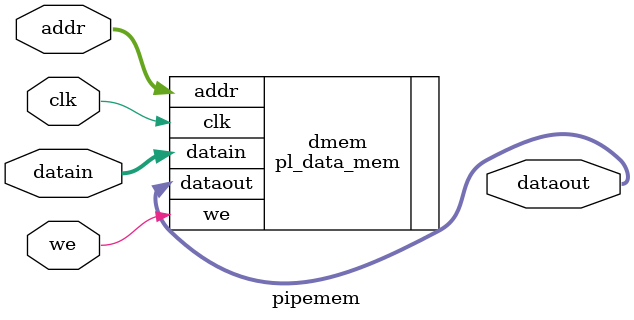
<source format=v>
module pipemem (
    input           clk,
    input   [31:0]  addr,
    input   [31:0]  datain,
    input           we,
    output  [31:0]  dataout
); 
    pl_data_mem dmem(
        .clk(clk),
        .addr(addr),
        .datain(datain),
        .we(we),
        .dataout(dataout)
    );
endmodule
</source>
